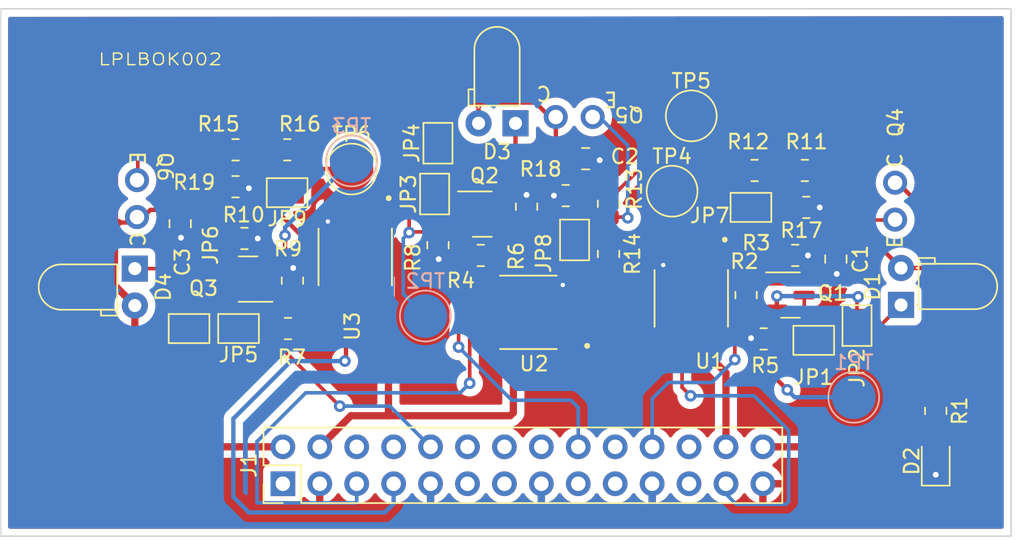
<source format=kicad_pcb>
(kicad_pcb (version 20211014) (generator pcbnew)
  (layers (0 "F.Cu" signal) (31 "B.Cu" signal) (34 "B.Paste" user) (35 "F.Paste" user) (36 "B.SilkS" user "B.Silkscreen") (37 "F.SilkS" user "F.Silkscreen") (38 "B.Mask" user) (39 "F.Mask" user) (44 "Edge.Cuts" user))
  (net 0 "")
  (net 1 "+3V3")
  (net 2 "GND")
  (net 3 "Net-(D1-Pad1)")
  (net 4 "Net-(D2-Pad2)")
  (net 5 "Net-(D3-Pad1)")
  (net 6 "Net-(D4-Pad1)")
  (net 7 "/RESV3")
  (net 8 "+BATT")
  (net 9 "/RESV2")
  (net 10 "/PE15")
  (net 11 "/PA5")
  (net 12 "/PE13")
  (net 13 "/PA6")
  (net 14 "/PE12")
  (net 15 "/PE11")
  (net 16 "/PA7")
  (net 17 "/PC4")
  (net 18 "/PE9")
  (net 19 "/PC5")
  (net 20 "/RESV1")
  (net 21 "Net-(JP1-Pad1)")
  (net 22 "Net-(JP2-Pad2)")
  (net 23 "Net-(JP3-Pad1)")
  (net 24 "Net-(JP4-Pad2)")
  (net 25 "Net-(JP5-Pad1)")
  (net 26 "Net-(JP6-Pad2)")
  (net 27 "Net-(JP7-Pad1)")
  (net 28 "OutputF")
  (net 29 "Net-(JP8-Pad1)")
  (net 30 "OutputR")
  (net 31 "Net-(JP9-Pad1)")
  (net 32 "OutputL")
  (net 33 "Net-(Q1-Pad1)")
  (net 34 "Net-(Q2-Pad1)")
  (net 35 "Net-(Q3-Pad1)")
  (net 36 "Net-(Q4-Pad1)")
  (net 37 "Net-(Q5-Pad1)")
  (net 38 "Net-(Q6-Pad1)")
  (net 48 "PE8")
  (net 49 "PE14")
  (net 50 "PE10")
  (net 51 "PA3")
  (net 52 "AB0")
  (net 53 "PA4")
  (footprint "Jumper:SolderJumper-2_P1.3mm_Open_Pad1.0x1.5mm" (layer "F.Cu") (at 156.1794 130.70415 90)
    (fp_text reference "JP2")
    (fp_text value "jumper2")
  )
  (footprint "Connector_PinHeader_2.54mm:PinHeader_2x14_P2.54mm_Vertical" (layer "F.Cu") (at 116.6876 141.5846 90)
    (fp_text reference "J1")
    (fp_text value "Conn_02x14_Odd_Even")
  )
  (footprint "Jumper:SolderJumper-2_P1.3mm_Open_Pad1.0x1.5mm" (layer "F.Cu") (at 113.6396 130.9116 180)
    (fp_text reference "JP5")
    (fp_text value "jumper5")
  )
  (footprint "TestPoint:TestPoint_Pad_D3.0mm" (layer "F.Cu") (at 143.4592 121.4628)
    (fp_text reference "TP4")
    (fp_text value "output_R")
  )
  (footprint "Resistor_SMD:R_0805_2012Metric" (layer "F.Cu") (at 116.9905 118.61458)
    (fp_text reference "R16")
    (fp_text value "15k")
  )
  (footprint "nicroomouse:SOIC127P599X175-8N" (layer "F.Cu") (at 133.5786 129.794 180)
    (fp_text reference "U2")
    (fp_text value "OP07CDR")
  )
  (footprint "LED_THT:LED_D3.0mm_Horizontal_O1.27mm_Z2.0mm" (layer "F.Cu") (at 106.5078 126.786 -90)
    (fp_text reference "D4")
    (fp_text value "TSAL4400")
  )
  (footprint "Resistor_SMD:R_0805_2012Metric" (layer "F.Cu") (at 152.6944 122.57615)
    (fp_text reference "R17")
    (fp_text value "33k")
  )
  (footprint "Resistor_SMD:R_0805_2012Metric" (layer "F.Cu") (at 127.3556 125.1731 -90)
    (fp_text reference "R8")
    (fp_text value "47")
  )
  (footprint "Resistor_SMD:R_0805_2012Metric" (layer "F.Cu") (at 161.5948 136.5754 -90)
    (fp_text reference "R1")
    (fp_text value "150")
  )
  (footprint "Resistor_SMD:R_0805_2012Metric" (layer "F.Cu") (at 151.9324 125.87815)
    (fp_text reference "R3")
    (fp_text value "12k")
  )
  (footprint "Jumper:SolderJumper-2_P1.3mm_Open_Pad1.0x1.5mm" (layer "F.Cu") (at 153.2024 131.72015)
    (fp_text reference "JP1")
    (fp_text value "jumper1")
  )
  (footprint "Resistor_SMD:R_0805_2012Metric" (layer "F.Cu") (at 113.4345 118.61458)
    (fp_text reference "R15")
    (fp_text value "10k")
  )
  (footprint "LED_THT:LED_D3.0mm_Horizontal_O1.27mm_Z2.0mm" (layer "F.Cu") (at 159.2072 129.286 90)
    (fp_text reference "D1")
    (fp_text value "TSAL4400")
  )
  (footprint "Resistor_SMD:R_0805_2012Metric" (layer "F.Cu") (at 117.3461 127.6115 90)
    (fp_text reference "R9")
    (fp_text value "12k")
  )
  (footprint "Capacitor_SMD:C_0805_2012Metric" (layer "F.Cu") (at 109.6264 123.698 -90)
    (fp_text reference "C3")
    (fp_text value "10nF")
  )
  (footprint "Resistor_SMD:R_0805_2012Metric" (layer "F.Cu") (at 139.0904 125.77985 -90)
    (fp_text reference "R14")
    (fp_text value "15k")
  )
  (footprint "Jumper:SolderJumper-2_P1.3mm_Open_Pad1.0x1.5mm" (layer "F.Cu") (at 110.236 130.9116)
    (fp_text reference "JP6")
    (fp_text value "jumper6")
  )
  (footprint "Resistor_SMD:R_0805_2012Metric" (layer "F.Cu") (at 114.0441 124.714)
    (fp_text reference "R10")
    (fp_text value "47")
  )
  (footprint "Capacitor_SMD:C_0805_2012Metric" (layer "F.Cu") (at 154.7264 126.13215 -90)
    (fp_text reference "C1")
    (fp_text value "10nF")
  )
  (footprint "Resistor_SMD:R_0805_2012Metric" (layer "F.Cu") (at 152.5909 120.03615)
    (fp_text reference "R11")
    (fp_text value "10k")
  )
  (footprint "nicroomouse:PT234-6B" (layer "F.Cu") (at 158.8008 122.1486 90)
    (fp_text reference "Q4")
    (fp_text value "PT234-6B")
  )
  (footprint "Jumper:SolderJumper-2_P1.3mm_Open_Pad1.0x1.5mm" (layer "F.Cu") (at 127.3556 118.1608 90)
    (fp_text reference "JP4")
    (fp_text value "jumper4")
  )
  (footprint "Resistor_SMD:R_0805_2012Metric" (layer "F.Cu") (at 148.5519 128.60615 90)
    (fp_text reference "R2")
    (fp_text value "180")
  )
  (footprint "Resistor_SMD:R_0805_2012Metric" (layer "F.Cu") (at 149.1384 120.03615 180)
    (fp_text reference "R12")
    (fp_text value "15k")
  )
  (footprint "Jumper:SolderJumper-2_P1.3mm_Open_Pad1.0x1.5mm" (layer "F.Cu") (at 148.8844 122.57615)
    (fp_text reference "JP7")
    (fp_text value "jumper7")
  )
  (footprint "nicroomouse:SOIC127P599X175-8N" (layer "F.Cu") (at 144.779999 128.835 -90)
    (fp_text reference "U1")
    (fp_text value "OP07CDR")
  )
  (footprint "LED_SMD:LED_0805_2012Metric" (layer "F.Cu") (at 161.5948 140.0279 90)
    (fp_text reference "D2")
    (fp_text value "GREEN")
  )
  (footprint "TestPoint:TestPoint_Pad_D3.0mm" (layer "F.Cu") (at 144.78 116.2812)
    (fp_text reference "TP5")
    (fp_text value "output_F")
  )
  (footprint "Jumper:SolderJumper-2_P1.3mm_Open_Pad1.0x1.5mm" (layer "F.Cu") (at 136.7536 124.8156 90)
    (fp_text reference "JP8")
    (fp_text value "jumper8")
  )
  (footprint "Package_TO_SOT_SMD:SOT-23" (layer "F.Cu") (at 130.4036 123.0376)
    (fp_text reference "Q2")
    (fp_text value "AO3400A")
  )
  (footprint "nicroomouse:PT234-6B" (layer "F.Cu") (at 136.7282 116.3574 180)
    (fp_text reference "Q5")
    (fp_text value "PT234-6B")
  )
  (footprint "Jumper:SolderJumper-2_P1.3mm_Open_Pad1.0x1.5mm" (layer "F.Cu") (at 127.127 121.6556 90)
    (fp_text reference "JP3")
    (fp_text value "jumper3")
  )
  (footprint "Resistor_SMD:R_0805_2012Metric" (layer "F.Cu") (at 113.4345 121.15458)
    (fp_text reference "R19")
    (fp_text value "33k")
  )
  (footprint "Resistor_SMD:R_0805_2012Metric" (layer "F.Cu") (at 139.0904 122.32735 90)
    (fp_text reference "R13")
    (fp_text value "10k")
  )
  (footprint "TestPoint:TestPoint_Pad_D3.0mm" (layer "F.Cu") (at 121.412 119.9388)
    (fp_text reference "TP6")
    (fp_text value "output_L")
  )
  (footprint "Resistor_SMD:R_0805_2012Metric" (layer "F.Cu") (at 117.0413 130.9116)
    (fp_text reference "R7")
    (fp_text value "180")
  )
  (footprint "Capacitor_SMD:C_0805_2012Metric" (layer "F.Cu") (at 137.5156 119.2276)
    (fp_text reference "C2")
    (fp_text value "10nF")
  )
  (footprint "Jumper:SolderJumper-2_P1.3mm_Open_Pad1.0x1.5mm" (layer "F.Cu") (at 116.982 121.5644 180)
    (fp_text reference "JP9")
    (fp_text value "jumper9")
  )
  (footprint "LED_THT:LED_D3.0mm_Horizontal_O1.27mm_Z2.0mm" (layer "F.Cu") (at 132.6896 116.7892 180)
    (fp_text reference "D3")
    (fp_text value "TSAL4400")
  )
  (footprint "nicroomouse:PT234-6B" (layer "F.Cu") (at 106.6546 121.9708 -90)
    (fp_text reference "Q6")
    (fp_text value "PT234-6B")
  )
  (footprint "nicroomouse:SOIC127P599X175-8N" (layer "F.Cu") (at 121.6641 125.984 -90)
    (fp_text reference "U3")
    (fp_text value "OP07CDR")
  )
  (footprint "Package_TO_SOT_SMD:SOT-23" (layer "F.Cu") (at 114.2981 127.508 180)
    (fp_text reference "Q3")
    (fp_text value "AO3400A")
  )
  (footprint "Resistor_SMD:R_0805_2012Metric" (layer "F.Cu") (at 130.302 125.8824)
    (fp_text reference "R4")
    (fp_text value "180")
  )
  (footprint "Resistor_SMD:R_0805_2012Metric" (layer "F.Cu") (at 149.7603 131.6228 180)
    (fp_text reference "R5")
    (fp_text value "47")
  )
  (footprint "Resistor_SMD:R_0805_2012Metric" (layer "F.Cu") (at 133.4516 122.5296 90)
    (fp_text reference "R6")
    (fp_text value "12k")
  )
  (footprint "Package_TO_SOT_SMD:SOT-23" (layer "F.Cu") (at 151.5999 128.60615)
    (fp_text reference "Q1")
    (fp_text value "AO3400A")
  )
  (footprint "Resistor_SMD:R_0805_2012Metric" (layer "F.Cu") (at 136.144 121.7676 180)
    (fp_text reference "R18")
    (fp_text value "33k")
  )
  (footprint "TestPoint:TestPoint_Pad_D3.0mm" (layer "B.Cu") (at 121.412 119.38 180)
    (fp_text reference "TP3")
    (fp_text value "TestPoint")
  )
  (footprint "TestPoint:TestPoint_Pad_D3.0mm" (layer "B.Cu") (at 126.492 130.048 180)
    (fp_text reference "TP2")
    (fp_text value "TestPoint")
  )
  (footprint "TestPoint:TestPoint_Pad_D3.0mm" (layer "B.Cu") (at 155.956 135.636 180)
    (fp_text reference "TP1")
    (fp_text value "TestPoint")
  )
  (gr_rect (start 97.282 108.9152) (end 166.7764 145.1864) (layer "Edge.Cuts") (width 0.1) (fill none))
  (gr_text "LPLBOK002" (at 108.2548 112.395) (layer "F.SilkS") (effects (font (size 0.8 1) (thickness 0.1))))
  (segment (start 130.1496 115.5192) (end 129.9972 115.3668) (width 0.5) (layer "F.Cu") (net 1))
  (segment (start 159.2072 126.746) (end 157.64335 125.18215) (width 0.3) (layer "F.Cu") (net 1))
  (segment (start 161.5948 126.746) (end 161.5948 135.6629) (width 0.5) (layer "F.Cu") (net 1))
  (segment (start 107.442 115.3668) (end 105.1052 117.7036) (width 0.5) (layer "F.Cu") (net 1))
  (segment (start 130.1496 116.7892) (end 130.1496 115.5192) (width 0.3) (layer "F.Cu") (net 1))
  (segment (start 105.1052 117.7036) (end 105.1052 123.9012) (width 0.5) (layer "F.Cu") (net 1))
  (segment (start 135.4636 116.7694) (end 134.061 115.3668) (width 0.3) (layer "F.Cu") (net 1))
  (segment (start 161.5948 126.746) (end 161.5948 123.4948) (width 0.3) (layer "F.Cu") (net 1))
  (segment (start 158.2131 139.0446) (end 149.7076 139.0446) (width 0.5) (layer "F.Cu") (net 1))
  (segment (start 135.4636 118.1256) (end 135.4636 116.7694) (width 0.3) (layer "F.Cu") (net 1))
  (segment (start 159.004 120.904) (end 158.8516 120.904) (width 0.5) (layer "F.Cu") (net 1))
  (segment (start 128.7272 115.3668) (end 107.442 115.3668) (width 0.5) (layer "F.Cu") (net 1))
  (segment (start 106.5078 129.326) (end 105.1052 127.9234) (width 0.5) (layer "F.Cu") (net 1))
  (segment (start 105.1052 123.9012) (end 105.39 123.6164) (width 0.5) (layer "F.Cu") (net 1))
  (segment (start 157.64335 125.18215) (end 154.7264 125.18215) (width 0.3) (layer "F.Cu") (net 1))
  (segment (start 106.711 123.6164) (end 107.5794 122.748) (width 0.3) (layer "F.Cu") (net 1))
  (segment (start 107.5794 122.748) (end 109.6264 122.748) (width 0.3) (layer "F.Cu") (net 1))
  (segment (start 134.061 115.3668) (end 129.9972 115.3668) (width 0.3) (layer "F.Cu") (net 1))
  (segment (start 106.5078 129.326) (end 106.5078 134.905) (width 0.5) (layer "F.Cu") (net 1))
  (segment (start 105.39 123.6164) (end 106.711 123.6164) (width 0.3) (layer "F.Cu") (net 1))
  (segment (start 106.5078 134.905) (end 110.6474 139.0446) (width 0.5) (layer "F.Cu") (net 1))
  (segment (start 129.9972 115.3668) (end 128.7272 115.3668) (width 0.5) (layer "F.Cu") (net 1))
  (segment (start 136.5656 119.2276) (end 135.4636 118.1256) (width 0.3) (layer "F.Cu") (net 1))
  (segment (start 105.1052 127.9234) (end 105.1052 123.9012) (width 0.5) (layer "F.Cu") (net 1))
  (segment (start 159.2072 126.746) (end 161.5948 126.746) (width 0.3) (layer "F.Cu") (net 1))
  (segment (start 161.5948 135.6629) (end 158.2131 139.0446) (width 0.5) (layer "F.Cu") (net 1))
  (segment (start 161.5948 123.4948) (end 159.004 120.904) (width 0.3) (layer "F.Cu") (net 1))
  (segment (start 110.6474 139.0446) (end 116.6876 139.0446) (width 0.5) (layer "F.Cu") (net 1))
  (via (at 161.5948 140.9654) (size 0.8) (drill 0.4) (layers "F.Cu" "B.Cu") (net 2))
  (via (at 127.4064 126.1364) (size 0.8) (drill 0.4) (layers "F.Cu" "B.Cu") (net 2))
  (via (at 148.8948 131.572) (size 0.8) (drill 0.4) (layers "F.Cu" "B.Cu") (net 2))
  (via (at 142.8496 126.5428) (size 0.6) (drill 0.3) (layers "F.Cu" "B.Cu") (net 2))
  (via (at 133.4516 121.7168) (size 0.8) (drill 0.4) (layers "F.Cu" "B.Cu") (net 2))
  (via (at 153.6192 122.5804) (size 0.8) (drill 0.4) (layers "F.Cu" "B.Cu") (net 2))
  (via (at 117.3988 126.746) (size 0.8) (drill 0.4) (layers "F.Cu" "B.Cu") (net 2))
  (via (at 135.9408 127.9144) (size 0.6) (drill 0.3) (layers "F.Cu" "B.Cu") (net 2))
  (via (at 114.3508 121.2596) (size 0.8) (drill 0.4) (layers "F.Cu" "B.Cu") (net 2))
  (via (at 135.3312 121.7676) (size 0.8) (drill 0.4) (layers "F.Cu" "B.Cu") (net 2))
  (via (at 119.7864 123.5456) (size 0.6) (drill 0.3) (layers "F.Cu" "B.Cu") (net 2))
  (via (at 152.8064 125.8824) (size 0.8) (drill 0.4) (layers "F.Cu" "B.Cu") (net 2))
  (via (at 114.9604 124.714) (size 0.8) (drill 0.4) (layers "F.Cu" "B.Cu") (net 2))
  (via (at 154.7876 127.1524) (size 0.8) (drill 0.4) (layers "F.Cu" "B.Cu") (net 2))
  (via (at 138.4808 119.3292) (size 0.8) (drill 0.4) (layers "F.Cu" "B.Cu") (net 2))
  (via (at 109.6772 124.6632) (size 0.8) (drill 0.4) (layers "F.Cu" "B.Cu") (net 2))
  (segment (start 159.2072 129.286) (end 157.13905 131.35415) (width 0.25) (layer "F.Cu") (net 3))
  (segment (start 156.1794 131.35415) (end 154.2184 131.35415) (width 0.25) (layer "F.Cu") (net 3))
  (segment (start 157.13905 131.35415) (end 156.1794 131.35415) (width 0.25) (layer "F.Cu") (net 3))
  (segment (start 154.2184 131.35415) (end 153.8524 131.72015) (width 0.25) (layer "F.Cu") (net 3))
  (segment (start 161.5948 137.4879) (end 161.5948 139.0904) (width 0.25) (layer "F.Cu") (net 4))
  (segment (start 127.3556 118.8108) (end 132.2428 118.8108) (width 0.3) (layer "F.Cu") (net 5))
  (segment (start 132.2428 118.8108) (end 132.6896 118.364) (width 0.3) (layer "F.Cu") (net 5))
  (segment (start 127.3556 120.9671) (end 127.3556 118.8108) (width 0.3) (layer "F.Cu") (net 5))
  (segment (start 132.6896 118.364) (end 132.6896 116.7892) (width 0.3) (layer "F.Cu") (net 5))
  (segment (start 108.7012 126.786) (end 109.586 127.6708) (width 0.25) (layer "F.Cu") (net 6))
  (segment (start 109.982 132.4356) (end 112.8249 132.4356) (width 0.3) (layer "F.Cu") (net 6))
  (segment (start 112.8249 132.4356) (end 112.9896 132.2709) (width 0.3) (layer "F.Cu") (net 6))
  (segment (start 109.586 127.6708) (end 109.586 130.9116) (width 0.25) (layer "F.Cu") (net 6))
  (segment (start 109.586 132.0396) (end 109.982 132.4356) (width 0.3) (layer "F.Cu") (net 6))
  (segment (start 112.9896 132.2709) (end 112.9896 130.9116) (width 0.3) (layer "F.Cu") (net 6))
  (segment (start 109.586 130.9116) (end 109.586 132.0396) (width 0.3) (layer "F.Cu") (net 6))
  (segment (start 106.5078 126.786) (end 108.7012 126.786) (width 0.25) (layer "F.Cu") (net 6))
  (segment (start 145.453711 132.245711) (end 147.1676 133.9596) (width 0.5) (layer "F.Cu") (net 8))
  (segment (start 123.952 132.7404) (end 123.952 136.906) (width 0.5) (layer "F.Cu") (net 8))
  (segment (start 147.1676 133.9596) (end 147.1676 139.0446) (width 0.5) (layer "F.Cu") (net 8))
  (segment (start 132.54312 130.66352) (end 132.54312 136.69688) (width 0.5) (layer "F.Cu") (net 8))
  (segment (start 132.41812 136.82188) (end 132.334 136.906) (width 0.25) (layer "F.Cu") (net 8))
  (segment (start 145.414999 131.305) (end 145.453711 131.343712) (width 0.25) (layer "F.Cu") (net 8))
  (segment (start 122.2991 128.454) (end 122.2991 131.0875) (width 0.5) (layer "F.Cu") (net 8))
  (segment (start 121.3662 136.906) (end 119.2276 139.0446) (width 0.5) (layer "F.Cu") (net 8))
  (segment (start 131.557937 130.429) (end 132.3086 130.429) (width 0.5) (layer "F.Cu") (net 8))
  (segment (start 145.453711 131.343712) (end 145.453711 132.245711) (width 0.25) (layer "F.Cu") (net 8))
  (segment (start 122.2991 131.0875) (end 123.952 132.7404) (width 0.5) (layer "F.Cu") (net 8))
  (segment (start 132.334 136.906) (end 123.952 136.906) (width 0.5) (layer "F.Cu") (net 8))
  (segment (start 132.54312 136.69688) (end 132.41812 136.82188) (width 0.5) (layer "F.Cu") (net 8))
  (segment (start 132.3086 130.429) (end 132.54312 130.66352) (width 0.5) (layer "F.Cu") (net 8))
  (segment (start 123.952 136.906) (end 121.3662 136.906) (width 0.5) (layer "F.Cu") (net 8))
  (segment (start 152.5524 131.72015) (end 152.5524 128.62115) (width 0.25) (layer "F.Cu") (net 21))
  (segment (start 152.5524 128.62115) (end 152.5374 128.60615) (width 0.25) (layer "F.Cu") (net 21))
  (segment (start 150.6728 134.4168) (end 151.384 135.128) (width 0.3) (layer "F.Cu") (net 22))
  (segment (start 150.6624 128.89) (end 150.7236 128.8288) (width 0.3) (layer "F.Cu") (net 22))
  (segment (start 156.1794 130.05415) (end 156.1794 128.8086) (width 0.25) (layer "F.Cu") (net 22))
  (segment (start 150.6728 129.56655) (end 150.6624 129.55615) (width 0.3) (layer "F.Cu") (net 22))
  (segment (start 150.6728 131.6228) (end 150.6728 134.4168) (width 0.3) (layer "F.Cu") (net 22))
  (segment (start 150.7236 128.7272) (end 150.6728 128.6764) (width 0.3) (layer "F.Cu") (net 22))
  (segment (start 150.7236 128.8288) (end 150.7236 128.7272) (width 0.3) (layer "F.Cu") (net 22))
  (segment (start 150.6728 131.6228) (end 150.6728 129.56655) (width 0.3) (layer "F.Cu") (net 22))
  (segment (start 156.1794 128.8086) (end 156.2608 128.7272) (width 0.25) (layer "F.Cu") (net 22))
  (segment (start 150.6624 129.55615) (end 150.6624 128.89) (width 0.3) (layer "F.Cu") (net 22))
  (via (at 156.2608 128.7272) (size 0.8) (drill 0.4) (layers "F.Cu" "B.Cu") (net 22))
  (via (at 151.384 135.128) (size 0.8) (drill 0.4) (layers "F.Cu" "B.Cu") (net 22))
  (via (at 150.6728 128.6764) (size 0.8) (drill 0.4) (layers "F.Cu" "B.Cu") (net 22))
  (segment (start 151.384 135.128) (end 151.892 135.636) (width 0.3) (layer "B.Cu") (net 22))
  (segment (start 151.892 135.636) (end 155.956 135.636) (width 0.3) (layer "B.Cu") (net 22))
  (segment (start 156.21 128.6764) (end 156.2608 128.7272) (width 0.3) (layer "B.Cu") (net 22))
  (segment (start 150.6728 128.6764) (end 156.21 128.6764) (width 0.3) (layer "B.Cu") (net 22))
  (segment (start 127.3556 122.9868) (end 127.3556 122.2671) (width 0.25) (layer "F.Cu") (net 23))
  (segment (start 131.3411 123.0376) (end 127.4064 123.0376) (width 0.25) (layer "F.Cu") (net 23))
  (segment (start 127.4064 123.0376) (end 127.3556 122.9868) (width 0.25) (layer "F.Cu") (net 23))
  (segment (start 127.3556 117.4111) (end 126.3273 117.4111) (width 0.25) (layer "F.Cu") (net 24))
  (segment (start 127.3556 124.2606) (end 125.4214 124.2606) (width 0.25) (layer "F.Cu") (net 24))
  (segment (start 126.3273 117.4111) (end 125.3744 118.364) (width 0.25) (layer "F.Cu") (net 24))
  (segment (start 125.3744 118.364) (end 125.3744 124.3076) (width 0.25) (layer "F.Cu") (net 24))
  (segment (start 127.6286 123.9876) (end 127.3556 124.2606) (width 0.25) (layer "F.Cu") (net 24))
  (segment (start 129.4661 123.9876) (end 127.6286 123.9876) (width 0.25) (layer "F.Cu") (net 24))
  (segment (start 125.4214 124.2606) (end 125.3744 124.3076) (width 0.25) (layer "F.Cu") (net 24))
  (via (at 125.3744 124.3076) (size 0.8) (drill 0.4) (layers "F.Cu" "B.Cu") (net 24))
  (segment (start 125.3744 124.3076) (end 124.968 124.714) (width 0.25) (layer "B.Cu") (net 24))
  (segment (start 124.968 128.524) (end 126.492 130.048) (width 0.25) (layer "B.Cu") (net 24))
  (segment (start 124.968 124.714) (end 124.968 128.524) (width 0.25) (layer "B.Cu") (net 24))
  (segment (start 113.3606 128.3993) (end 114.2896 129.3283) (width 0.3) (layer "F.Cu") (net 25))
  (segment (start 113.3606 127.508) (end 113.3606 128.3993) (width 0.3) (layer "F.Cu") (net 25))
  (segment (start 114.2896 129.3283) (end 114.2896 130.9116) (width 0.3) (layer "F.Cu") (net 25))
  (segment (start 116.84 125.3744) (end 115.6564 126.558) (width 0.3) (layer "F.Cu") (net 26))
  (segment (start 113.1316 126.1891) (end 113.5005 126.558) (width 0.3) (layer "F.Cu") (net 26))
  (segment (start 113.1316 124.714) (end 113.1316 126.1891) (width 0.3) (layer "F.Cu") (net 26))
  (segment (start 116.84 124.5108) (end 116.84 125.3744) (width 0.3) (layer "F.Cu") (net 26))
  (segment (start 113.5005 126.558) (end 115.2356 126.558) (width 0.3) (layer "F.Cu") (net 26))
  (segment (start 115.6564 126.558) (end 115.2356 126.558) (width 0.3) (layer "F.Cu") (net 26))
  (segment (start 110.886 130.9116) (end 110.886 128.574028) (width 0.25) (layer "F.Cu") (net 26))
  (segment (start 111.9632 124.714) (end 113.1316 124.714) (width 0.25) (layer "F.Cu") (net 26))
  (segment (start 111.8616 127.598428) (end 111.8616 124.8156) (width 0.25) (layer "F.Cu") (net 26))
  (segment (start 110.886 128.574028) (end 111.8616 127.598428) (width 0.25) (layer "F.Cu") (net 26))
  (segment (start 111.8616 124.8156) (end 111.9632 124.714) (width 0.25) (layer "F.Cu") (net 26))
  (via (at 116.84 124.5108) (size 0.8) (drill 0.4) (layers "F.Cu" "B.Cu") (net 26))
  (segment (start 116.84 123.952) (end 121.412 119.38) (width 0.3) (layer "B.Cu") (net 26))
  (segment (start 116.84 124.5108) (end 116.84 123.952) (width 0.3) (layer "B.Cu") (net 26))
  (segment (start 148.2344 122.57615) (end 148.2344 120.04465) (width 0.25) (layer "F.Cu") (net 27))
  (segment (start 148.2344 120.04465) (end 148.2259 120.03615) (width 0.25) (layer "F.Cu") (net 27))
  (segment (start 134.3406 129.159) (end 135.7184 129.159) (width 0.25) (layer "F.Cu") (net 28))
  (segment (start 139.74795 121.41485) (end 139.0904 121.41485) (width 0.25) (layer "F.Cu") (net 28))
  (segment (start 135.7988 124.1656) (end 135.7884 124.1552) (width 0.25) (layer "F.Cu") (net 28))
  (segment (start 144.78 116.2812) (end 144.78 116.3828) (width 0.25) (layer "F.Cu") (net 28))
  (segment (start 144.78 116.3828) (end 139.74795 121.41485) (width 0.25) (layer "F.Cu") (net 28))
  (segment (start 136.7536 123.317) (end 137.0838 122.9868) (width 0.25) (layer "F.Cu") (net 28))
  (segment (start 138.73765 121.7676) (end 139.0904 121.41485) (width 0.3) (layer "F.Cu") (net 28))
  (segment (start 137.0565 121.7676) (end 138.73765 121.7676) (width 0.3) (layer "F.Cu") (net 28))
  (segment (start 135.2804 124.1552) (end 133.858 125.5776) (width 0.25) (layer "F.Cu") (net 28))
  (segment (start 135.7884 124.1552) (end 135.2804 124.1552) (width 0.25) (layer "F.Cu") (net 28))
  (segment (start 137.0838 121.7949) (end 137.0565 121.7676) (width 0.25) (layer "F.Cu") (net 28))
  (segment (start 137.0838 122.9868) (end 137.0838 121.7949) (width 0.25) (layer "F.Cu") (net 28))
  (segment (start 136.7536 124.1656) (end 136.7536 123.317) (width 0.25) (layer "F.Cu") (net 28))
  (segment (start 133.858 125.5776) (end 133.858 128.6764) (width 0.25) (layer "F.Cu") (net 28))
  (segment (start 133.858 128.6764) (end 134.3406 129.159) (width 0.25) (layer "F.Cu") (net 28))
  (segment (start 136.7536 124.1656) (end 135.7988 124.1656) (width 0.25) (layer "F.Cu") (net 28))
  (segment (start 136.7536 125.4656) (end 136.7536 126.4412) (width 0.3) (layer "F.Cu") (net 29))
  (segment (start 136.7536 126.4412) (end 137.0076 126.6952) (width 0.3) (layer "F.Cu") (net 29))
  (segment (start 137.0076 126.6952) (end 139.08755 126.6952) (width 0.3) (layer "F.Cu") (net 29))
  (segment (start 153.5034 121.00515) (end 153.5034 120.03615) (width 0.25) (layer "F.Cu") (net 30))
  (segment (start 148.65055 124.46) (end 149.5344 123.57615) (width 0.25) (layer "F.Cu") (net 30))
  (segment (start 144.1704 124.46) (end 148.65055 124.46) (width 0.25) (layer "F.Cu") (net 30))
  (segment (start 153.2024 121.30615) (end 153.5034 121.00515) (width 0.25) (layer "F.Cu") (net 30))
  (segment (start 151.7819 121.457643) (end 151.933393 121.30615) (width 0.25) (layer "F.Cu") (net 30))
  (segment (start 143.51 123.850402) (end 144.144999 124.485401) (width 0.25) (layer "F.Cu") (net 30))
  (segment (start 143.51 121.158) (end 143.51 123.850402) (width 0.25) (layer "F.Cu") (net 30))
  (segment (start 144.1704 124.46) (end 144.144999 124.485401) (width 0.25) (layer "F.Cu") (net 30))
  (segment (start 151.7819 122.57615) (end 151.7819 121.457643) (width 0.25) (layer "F.Cu") (net 30))
  (segment (start 151.933393 121.30615) (end 153.2024 121.30615) (width 0.25) (layer "F.Cu") (net 30))
  (segment (start 149.5344 122.57615) (end 151.7819 122.57615) (width 0.25) (layer "F.Cu") (net 30))
  (segment (start 149.5344 123.57615) (end 149.5344 122.57615) (width 0.25) (layer "F.Cu") (net 30))
  (segment (start 144.144999 124.485401) (end 144.144999 126.365) (width 0.25) (layer "F.Cu") (net 30))
  (segment (start 116.2304 119.9388) (end 114.2473 119.9388) (width 0.3) (layer "F.Cu") (net 32))
  (segment (start 112.6725 119.9388) (end 114.2473 119.9388) (width 0.3) (layer "F.Cu") (net 32))
  (segment (start 114.2473 119.9388) (end 114.347 119.8391) (width 0.3) (layer "F.Cu") (net 32))
  (segment (start 118.7704 125.3236) (end 116.332 122.8852) (width 0.3) (layer "F.Cu") (net 32))
  (segment (start 112.522 121.15458) (end 112.522 120.0893) (width 0.3) (layer "F.Cu") (net 32))
  (segment (start 112.522 120.0893) (end 112.6725 119.9388) (width 0.3) (layer "F.Cu") (net 32))
  (segment (start 114.347 119.8391) (end 114.347 118.61458) (width 0.3) (layer "F.Cu") (net 32))
  (segment (start 121.0291 124.9953) (end 120.7008 125.3236) (width 0.3) (layer "F.Cu") (net 32))
  (segment (start 116.332 122.8852) (end 116.332 121.5644) (width 0.3) (layer "F.Cu") (net 32))
  (segment (start 121.0291 123.514) (end 121.0291 124.9953) (width 0.3) (layer "F.Cu") (net 32))
  (segment (start 116.332 120.0404) (end 116.2304 119.9388) (width 0.3) (layer "F.Cu") (net 32))
  (segment (start 120.7008 125.3236) (end 118.7704 125.3236) (width 0.3) (layer "F.Cu") (net 32))
  (segment (start 121.412 119.9388) (end 116.2304 119.9388) (width 0.3) (layer "F.Cu") (net 32))
  (segment (start 116.332 121.5644) (end 116.332 120.0404) (width 0.3) (layer "F.Cu") (net 32))
  (segment (start 150.6249 127.69365) (end 150.6624 127.65615) (width 0.25) (layer "F.Cu") (net 33))
  (segment (start 151.0199 127.75965) (end 151.0199 125.87815) (width 0.25) (layer "F.Cu") (net 33))
  (segment (start 148.5519 127.69365) (end 150.6249 127.69365) (width 0.25) (layer "F.Cu") (net 33))
  (segment (start 150.7659 127.75965) (end 151.0199 127.75965) (width 0.25) (layer "F.Cu") (net 33))
  (segment (start 150.6624 127.65615) (end 150.7659 127.75965) (width 0.25) (layer "F.Cu") (net 33))
  (segment (start 131.9428 122.0876) (end 133.2973 123.4421) (width 0.25) (layer "F.Cu") (net 34))
  (segment (start 129.4661 122.0876) (end 131.9428 122.0876) (width 0.25) (layer "F.Cu") (net 34))
  (segment (start 131.2145 125.8824) (end 132.1308 125.8824) (width 0.25) (layer "F.Cu") (net 34))
  (segment (start 132.1308 125.8824) (end 133.4516 124.5616) (width 0.25) (layer "F.Cu") (net 34))
  (segment (start 133.4516 124.5616) (end 133.4516 123.4421) (width 0.25) (layer "F.Cu") (net 34))
  (segment (start 133.2973 123.4421) (end 133.4516 123.4421) (width 0.25) (layer "F.Cu") (net 34))
  (segment (start 115.2356 128.458) (end 117.2801 128.458) (width 0.3) (layer "F.Cu") (net 35))
  (segment (start 117.3461 128.524) (end 117.4985 128.6764) (width 0.3) (layer "F.Cu") (net 35))
  (segment (start 117.9538 129.9426) (end 117.9538 130.9116) (width 0.3) (layer "F.Cu") (net 35))
  (segment (start 117.8033 129.794) (end 117.8052 129.794) (width 0.3) (layer "F.Cu") (net 35))
  (segment (start 117.2801 128.458) (end 117.3461 128.524) (width 0.3) (layer "F.Cu") (net 35))
  (segment (start 117.8052 129.794) (end 117.9538 129.9426) (width 0.3) (layer "F.Cu") (net 35))
  (segment (start 117.4985 128.6764) (end 117.4985 129.4892) (width 0.3) (layer "F.Cu") (net 35))
  (segment (start 117.4985 129.4892) (end 117.8033 129.794) (width 0.3) (layer "F.Cu") (net 35))
  (segment (start 152.2984 118.2624) (end 151.6784 118.8824) (width 0.25) (layer "F.Cu") (net 36))
  (segment (start 157.2768 123.444) (end 155.9052 122.0724) (width 0.25) (layer "F.Cu") (net 36))
  (segment (start 154.432 118.2624) (end 152.2984 118.2624) (width 0.25) (layer "F.Cu") (net 36))
  (segment (start 151.6784 118.8824) (end 151.6784 120.03615) (width 0.25) (layer "F.Cu") (net 36))
  (segment (start 155.9052 119.7356) (end 154.432 118.2624) (width 0.25) (layer "F.Cu") (net 36))
  (segment (start 158.8516 123.444) (end 157.2768 123.444) (width 0.25) (layer "F.Cu") (net 36))
  (segment (start 155.9052 122.0724) (end 155.9052 119.7356) (width 0.25) (layer "F.Cu") (net 36))
  (segment (start 150.0509 120.03615) (end 151.6784 120.03615) (width 0.25) (layer "F.Cu") (net 36))
  (segment (start 140.4112 123.2916) (end 140.35945 123.23985) (width 0.25) (layer "F.Cu") (net 37))
  (segment (start 140.35945 123.23985) (end 139.0904 123.23985) (width 0.25) (layer "F.Cu") (net 37))
  (segment (start 139.0904 124.86735) (end 139.0904 123.23985) (width 0.25) (layer "F.Cu") (net 37))
  (via (at 140.4112 123.2916) (size 0.8) (drill 0.4) (layers "F.Cu" "B.Cu") (net 37))
  (segment (start 140.4112 118.3132) (end 138.4554 116.3574) (width 0.25) (layer "B.Cu") (net 37))
  (segment (start 140.4112 123.2916) (end 140.4112 118.3132) (width 0.25) (layer "B.Cu") (net 37))
  (segment (start 138.4554 116.3574) (end 137.9982 116.3574) (width 0.25) (layer "B.Cu") (net 37))
  (segment (start 116.078 117.4496) (end 115.5192 116.8908) (width 0.3) (layer "F.Cu") (net 38))
  (segment (start 106.711 121.0764) (end 106.711 119.1458) (width 0.25) (layer "F.Cu") (net 38))
  (segment (start 116.078 118.61458) (end 116.078 117.4496) (width 0.3) (layer "F.Cu") (net 38))
  (segment (start 112.4693 117.4007) (end 112.4693 118.56188) (width 0.3) (layer "F.Cu") (net 38))
  (segment (start 112.37302 118.4656) (end 112.522 118.61458) (width 0.25) (layer "F.Cu") (net 38))
  (segment (start 106.711 119.1458) (end 107.3912 118.4656) (width 0.25) (layer "F.Cu") (net 38))
  (segment (start 115.5192 116.8908) (end 112.9792 116.8908) (width 0.3) (layer "F.Cu") (net 38))
  (segment (start 112.9792 116.8908) (end 112.4693 117.4007) (width 0.3) (layer "F.Cu") (net 38))
  (segment (start 107.3912 118.4656) (end 112.37302 118.4656) (width 0.25) (layer "F.Cu") (net 38))
  (segment (start 148.5519 129.51865) (end 147.7772 130.29335) (width 0.25) (layer "F.Cu") (net 48))
  (segment (start 147.7772 130.29335) (end 147.7772 133.0452) (width 0.25) (layer "F.Cu") (net 48))
  (via (at 147.7772 133.0452) (size 0.8) (drill 0.4) (layers "F.Cu" "B.Cu") (net 48))
  (segment (start 147.7772 133.0452) (end 146.2024 134.62) (width 0.25) (layer "B.Cu") (net 48))
  (segment (start 142.0876 135.7376) (end 142.0876 139.0446) (width 0.25) (layer "B.Cu") (net 48))
  (segment (start 143.2052 134.62) (end 142.0876 135.7376) (width 0.25) (layer "B.Cu") (net 48))
  (segment (start 146.2024 134.62) (end 143.2052 134.62) (width 0.25) (layer "B.Cu") (net 48))
  (segment (start 116.1288 131.7752) (end 116.1288 130.9116) (width 0.25) (layer "F.Cu") (net 49))
  (segment (start 120.5992 136.2456) (end 116.1288 131.7752) (width 0.25) (layer "F.Cu") (net 49))
  (via (at 120.5992 136.2456) (size 0.8) (drill 0.4) (layers "F.Cu" "B.Cu") (net 49))
  (segment (start 124.0486 136.2456) (end 126.8476 139.0446) (width 0.25) (layer "B.Cu") (net 49))
  (segment (start 120.5992 136.2456) (end 124.0486 136.2456) (width 0.25) (layer "B.Cu") (net 49))
  (segment (start 128.778 132.1816) (end 128.778 129.4892) (width 0.25) (layer "F.Cu") (net 50))
  (segment (start 129.3368 128.9304) (end 129.3368 125.9332) (width 0.25) (layer "F.Cu") (net 50))
  (segment (start 128.778 129.4892) (end 129.3368 128.9304) (width 0.25) (layer "F.Cu") (net 50))
  (via (at 128.778 132.1816) (size 0.8) (drill 0.4) (layers "F.Cu" "B.Cu") (net 50))
  (segment (start 128.778 132.1816) (end 132.4356 135.8392) (width 0.25) (layer "B.Cu") (net 50))
  (segment (start 137.0076 136.3472) (end 137.0076 139.0446) (width 0.25) (layer "B.Cu") (net 50))
  (segment (start 132.4356 135.8392) (end 136.4996 135.8392) (width 0.25) (layer "B.Cu") (net 50))
  (segment (start 136.4996 135.8392) (end 137.0076 136.3472) (width 0.25) (layer "B.Cu") (net 50))
  (segment (start 134.1628 130.429) (end 136.0486 130.429) (width 0.25) (layer "F.Cu") (net 51))
  (segment (start 131.1086 129.159) (end 129.9972 129.159) (width 0.25) (layer "F.Cu") (net 51))
  (segment (start 129.9972 129.159) (end 129.54 129.6162) (width 0.25) (layer "F.Cu") (net 51))
  (segment (start 129.54 129.6162) (end 129.54 134.6708) (width 0.25) (layer "F.Cu") (net 51))
  (segment (start 132.9182 129.1844) (end 134.1628 130.429) (width 0.25) (layer "F.Cu") (net 51))
  (segment (start 130.730699 129.1844) (end 132.9182 129.1844) (width 0.25) (layer "F.Cu") (net 51))
  (via (at 129.54 134.6708) (size 0.8) (drill 0.4) (layers "F.Cu" "B.Cu") (net 51))
  (segment (start 129.54 134.6708) (end 128.8796 135.3312) (width 0.25) (layer "B.Cu") (net 51))
  (segment (start 128.8796 135.3312) (end 118.2624 135.3312) (width 0.25) (layer "B.Cu") (net 51))
  (segment (start 121.7168 142.9004) (end 121.7676 142.8496) (width 0.25) (layer "B.Cu") (net 51))
  (segment (start 121.7676 142.8496) (end 121.7676 141.5846) (width 0.25) (layer "B.Cu") (net 51))
  (segment (start 114.9096 142.8496) (end 114.9604 142.9004) (width 0.25) (layer "B.Cu") (net 51))
  (segment (start 114.9096 138.684) (end 114.9096 142.8496) (width 0.25) (layer "B.Cu") (net 51))
  (segment (start 114.9604 142.9004) (end 121.7168 142.9004) (width 0.25) (layer "B.Cu") (net 51))
  (segment (start 118.2624 135.3312) (end 114.9096 138.684) (width 0.25) (layer "B.Cu") (net 51))
  (segment (start 144.144999 134.950199) (end 144.4244 135.2296) (width 0.25) (layer "F.Cu") (net 52))
  (segment (start 145.287999 128.327) (end 144.144999 129.47) (width 0.25) (layer "F.Cu") (net 52))
  (segment (start 144.144999 131.305) (end 144.144999 134.950199) (width 0.25) (layer "F.Cu") (net 52))
  (segment (start 144.4244 135.2296) (end 144.7292 135.5344) (width 0.25) (layer "F.Cu") (net 52))
  (segment (start 144.144999 129.47) (end 144.144998 131.305001) (width 0.25) (layer "F.Cu") (net 52))
  (segment (start 145.288 126.492) (end 145.287999 128.327) (width 0.25) (layer "F.Cu") (net 52))
  (via (at 144.7292 135.5344) (size 0.8) (drill 0.4) (layers "F.Cu" "B.Cu") (net 52))
  (segment (start 147.8788 143.002) (end 147.1676 142.2908) (width 0.25) (layer "B.Cu") (net 52))
  (segment (start 151.4856 142.7988) (end 151.2824 143.002) (width 0.25) (layer "B.Cu") (net 52))
  (segment (start 151.4856 137.922) (end 151.4856 142.7988) (width 0.25) (layer "B.Cu") (net 52))
  (segment (start 147.1676 142.2908) (end 147.1676 141.5846) (width 0.25) (layer "B.Cu") (net 52))
  (segment (start 151.2824 143.002) (end 147.8788 143.002) (width 0.25) (layer "B.Cu") (net 52))
  (segment (start 144.7292 135.5344) (end 149.098 135.5344) (width 0.25) (layer "B.Cu") (net 52))
  (segment (start 149.098 135.5344) (end 151.4856 137.922) (width 0.25) (layer "B.Cu") (net 52))
  (segment (start 122.2991 125.095) (end 121.0291 126.365) (width 0.3) (layer "F.Cu") (net 53))
  (segment (start 121.0291 133.0725) (end 121.0291 128.454) (width 0.3) (layer "F.Cu") (net 53))
  (segment (start 122.2991 123.514) (end 122.2991 125.095) (width 0.3) (layer "F.Cu") (net 53))
  (segment (start 121.0291 126.365) (end 121.0291 128.454) (width 0.3) (layer "F.Cu") (net 53))
  (segment (start 120.9548 133.1468) (end 121.0291 133.0725) (width 0.3) (layer "F.Cu") (net 53))
  (via (at 120.9548 133.1468) (size 0.8) (drill 0.4) (layers "F.Cu" "B.Cu") (net 53))
  (segment (start 113.284 137.1092) (end 113.284 142.494) (width 0.3) (layer "B.Cu") (net 53))
  (segment (start 124.3076 142.9512) (end 124.3076 141.5846) (width 0.3) (layer "B.Cu") (net 53))
  (segment (start 114.3508 143.5608) (end 123.698 143.5608) (width 0.3) (layer "B.Cu") (net 53))
  (segment (start 113.284 142.494) (end 114.3508 143.5608) (width 0.3) (layer "B.Cu") (net 53))
  (segment (start 123.698 143.5608) (end 124.3076 142.9512) (width 0.3) (layer "B.Cu") (net 53))
  (segment (start 120.9548 133.1468) (end 117.2464 133.1468) (width 0.3) (layer "B.Cu") (net 53))
  (segment (start 117.2464 133.1468) (end 113.284 137.1092) (width 0.3) (layer "B.Cu") (net 53))
  (zone (net 2) (net_name "GND") (layers F&B.Cu) (connect_pads (clearance 0.508)) (min_thickness 0.254) (fill yes (thermal_gap 0.508) (thermal_bridge_width 0.508))
    (polygon (pts (xy 166.8526 145.034) (xy 97.5106 145.4912) (xy 97.4344 109.474) (xy 166.8526 109.4232)))
  )
)
</source>
